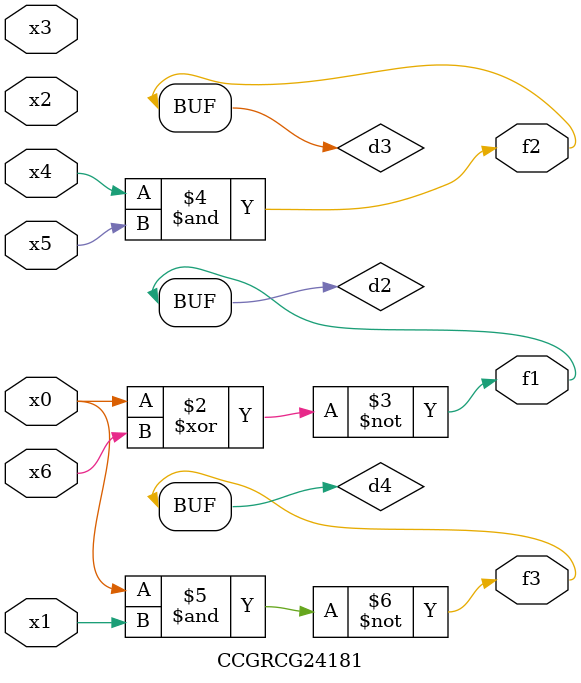
<source format=v>
module CCGRCG24181(
	input x0, x1, x2, x3, x4, x5, x6,
	output f1, f2, f3
);

	wire d1, d2, d3, d4;

	nor (d1, x0);
	xnor (d2, x0, x6);
	and (d3, x4, x5);
	nand (d4, x0, x1);
	assign f1 = d2;
	assign f2 = d3;
	assign f3 = d4;
endmodule

</source>
